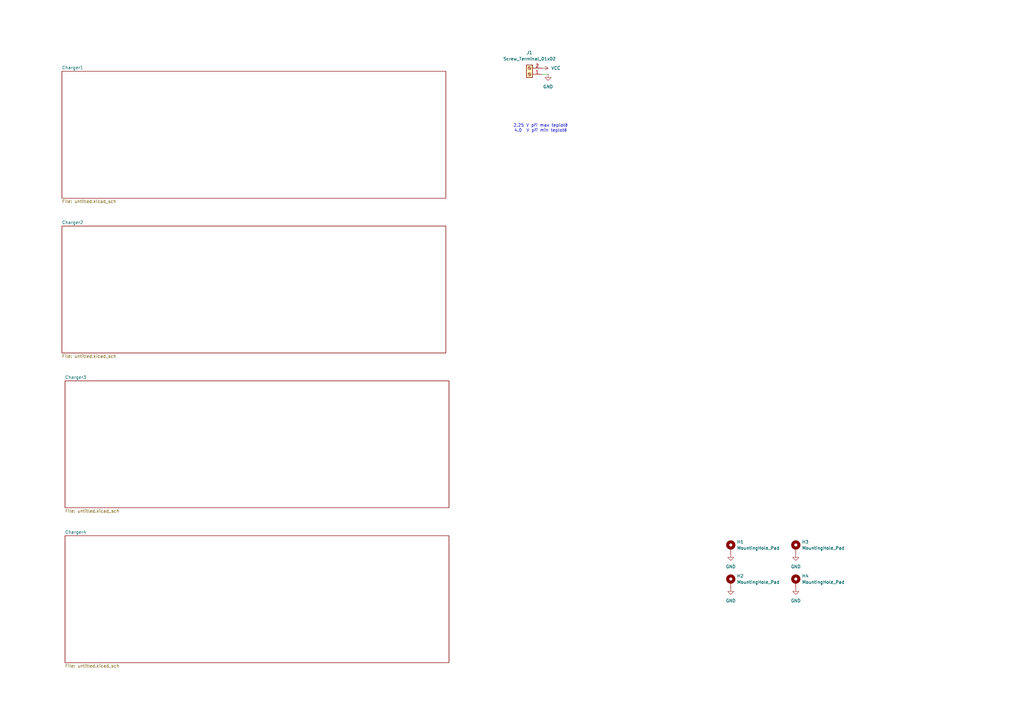
<source format=kicad_sch>
(kicad_sch (version 20250114) (generator "eeschema") (generator_version "9.0")
  (paper "A3")
  (lib_symbols
    (symbol "Connector:Screw_Terminal_01x02" (pin_names (offset 1.016) (hide yes))
      (property "Reference" "J" (at 0 2.54 0))
      (property "Value" "Screw_Terminal_01x02" (at 0 -5.08 0))
      (symbol "Screw_Terminal_01x02_1_1"
        (rectangle (start -1.27 1.27) (end 1.27 -3.81) (stroke (width 0.254)) (fill (type background)))
        (polyline (pts (xy -0.5334 0.3302) (xy 0.3302 -0.508)) (stroke (width 0.1524)))
        (polyline (pts (xy -0.5334 -2.2098) (xy 0.3302 -3.048)) (stroke (width 0.1524)))
        (polyline (pts (xy -0.3556 0.508) (xy 0.508 -0.3302)) (stroke (width 0.1524)))
        (polyline (pts (xy -0.3556 -2.032) (xy 0.508 -2.8702)) (stroke (width 0.1524)))
        (circle (center 0 0) (radius 0.635) (stroke (width 0.1524)))
        (circle (center 0 -2.54) (radius 0.635) (stroke (width 0.1524)))
        (pin passive line (at -5.08 0 0) (length 3.81) (name "Pin_1") (number "1"))
        (pin passive line (at -5.08 -2.54 0) (length 3.81) (name "Pin_2") (number "2"))
      )
    )
    (symbol "Mechanical:MountingHole_Pad" (pin_numbers (hide yes)) (pin_names (offset 1.016) (hide yes)) (in_bom no)
      (property "Reference" "H" (at 0 6.35 0))
      (property "Value" "MountingHole_Pad" (at 0 4.445 0))
      (symbol "MountingHole_Pad_0_1"
        (circle (center 0 1.27) (radius 1.27) (stroke (width 1.27)))
      )
      (symbol "MountingHole_Pad_1_1"
        (pin input line (at 0 -2.54 90) (length 2.54) (name "1") (number "1"))
      )
    )
    (symbol "power:GND" (power) (pin_numbers (hide yes)) (pin_names (offset 0) (hide yes))
      (property "Value" "GND" (at 0 -3.81 0))
      (symbol "GND_0_1"
        (polyline (pts (xy 0 0) (xy 0 -1.27) (xy 1.27 -1.27) (xy 0 -2.54) (xy -1.27 -1.27) (xy 0 -1.27)))
      )
      (symbol "GND_1_1"
        (pin power_in line (at 0 0 270) (length 0) (name "~") (number "1"))
      )
    )
    (symbol "power:VCC" (power) (pin_numbers (hide yes)) (pin_names (offset 0) (hide yes))
      (property "Value" "VCC" (at 0 3.556 0))
      (symbol "VCC_0_1"
        (polyline (pts (xy -0.762 1.27) (xy 0 2.54)))
        (polyline (pts (xy 0 2.54) (xy 0.762 1.27)))
        (polyline (pts (xy 0 0) (xy 0 2.54)))
      )
      (symbol "VCC_1_1"
        (pin power_in line (at 0 0 90) (length 0) (name "~") (number "1"))
      )
    )
  )
  (text "2.25 V při max teplotě\n4.0  V při min teplotě" (at 221.742 52.578 0) (effects (font (size 1.27 1.27))))
  (wire (pts (xy 224.79 30.48) (xy 222.25 30.48)))
  (symbol (lib_id "power:GND") (at 299.72 227.33 0) (unit 1)
    (property "Reference" "#PWR011" (effects (hide yes)))
    (property "Value" "GND" (at 299.72 232.41 0))
    (property "Description" "Power symbol creates a global label with name \"GND\" , ground" (effects (hide yes)))
  )
  (symbol (lib_id "Mechanical:MountingHole_Pad") (at 326.39 238.76 0) (unit 1) (in_bom no)
    (property "Reference" "H4" (at 328.93 236.2199 0) (effects (justify left)))
    (property "Value" "MountingHole_Pad" (at 328.93 238.7599 0) (effects (justify left)))
    (property "Footprint" "MountingHole:MountingHole_3.2mm_M3_Pad_Via" (effects (hide yes)))
    (property "Description" "Mounting Hole with connection" (effects (hide yes)))
  )
  (symbol (lib_id "power:GND") (at 326.39 241.3 0) (unit 1)
    (property "Reference" "#PWR014" (effects (hide yes)))
    (property "Value" "GND" (at 326.39 246.38 0))
    (property "Description" "Power symbol creates a global label with name \"GND\" , ground" (effects (hide yes)))
  )
  (symbol (lib_id "Connector:Screw_Terminal_01x02") (at 217.17 30.48 180) (unit 1)
    (property "Reference" "J1" (at 217.17 21.59 0))
    (property "Value" "Screw_Terminal_01x02" (at 217.17 24.13 0))
    (property "Footprint" "TerminalBlock_Phoenix:TerminalBlock_Phoenix_MKDS-1,5-2-5.08_1x02_P5.08mm_Horizontal" (effects (hide yes)))
    (property "Description" "Generic screw terminal, single row, 01x02, script generated (kicad-library-utils/schlib/autogen/connector/)" (effects (hide yes)))
    (property "LCSC" "C8465" (effects (hide yes)))
  )
  (symbol (lib_id "power:VCC") (at 222.25 27.94 270) (unit 1)
    (property "Reference" "#PWR010" (effects (hide yes)))
    (property "Value" "VCC" (at 226.06 27.9399 90) (effects (justify left)))
    (property "Description" "Power symbol creates a global label with name \"VCC\"" (effects (hide yes)))
  )
  (symbol (lib_id "Mechanical:MountingHole_Pad") (at 326.39 224.79 0) (unit 1) (in_bom no)
    (property "Reference" "H3" (at 328.93 222.2499 0) (effects (justify left)))
    (property "Value" "MountingHole_Pad" (at 328.93 224.7899 0) (effects (justify left)))
    (property "Footprint" "MountingHole:MountingHole_3.2mm_M3_Pad_Via" (effects (hide yes)))
    (property "Description" "Mounting Hole with connection" (effects (hide yes)))
  )
  (symbol (lib_id "Mechanical:MountingHole_Pad") (at 299.72 238.76 0) (unit 1) (in_bom no)
    (property "Reference" "H2" (at 302.26 236.2199 0) (effects (justify left)))
    (property "Value" "MountingHole_Pad" (at 302.26 238.7599 0) (effects (justify left)))
    (property "Footprint" "MountingHole:MountingHole_3.2mm_M3_Pad_Via" (effects (hide yes)))
    (property "Description" "Mounting Hole with connection" (effects (hide yes)))
  )
  (symbol (lib_id "Mechanical:MountingHole_Pad") (at 299.72 224.79 0) (unit 1) (in_bom no)
    (property "Reference" "H1" (at 302.26 222.2499 0) (effects (justify left)))
    (property "Value" "MountingHole_Pad" (at 302.26 224.7899 0) (effects (justify left)))
    (property "Footprint" "MountingHole:MountingHole_3.2mm_M3_Pad_Via" (effects (hide yes)))
    (property "Description" "Mounting Hole with connection" (effects (hide yes)))
  )
  (symbol (lib_id "power:GND") (at 299.72 241.3 0) (unit 1)
    (property "Reference" "#PWR012" (effects (hide yes)))
    (property "Value" "GND" (at 299.72 246.38 0))
    (property "Description" "Power symbol creates a global label with name \"GND\" , ground" (effects (hide yes)))
  )
  (symbol (lib_id "power:GND") (at 326.39 227.33 0) (unit 1)
    (property "Reference" "#PWR013" (effects (hide yes)))
    (property "Value" "GND" (at 326.39 232.41 0))
    (property "Description" "Power symbol creates a global label with name \"GND\" , ground" (effects (hide yes)))
  )
  (symbol (lib_id "power:GND") (at 224.79 30.48 0) (unit 1)
    (property "Reference" "#PWR09" (effects (hide yes)))
    (property "Value" "GND" (at 224.79 35.56 0))
    (property "Description" "Power symbol creates a global label with name \"GND\" , ground" (effects (hide yes)))
  )
  (sheet (at 25.4 92.71) (size 157.48 52.07) (stroke (width 0.1524))
    (property "Sheetname" "Charger2" (at 25.4 91.9984 0) (effects (justify left bottom)))
    (property "Sheetfile" "untitled.kicad_sch" (at 25.4 145.3646 0) (effects (justify left top)))
  )
  (sheet (at 26.67 156.21) (size 157.48 52.07) (stroke (width 0.1524))
    (property "Sheetname" "Charger3" (at 26.67 155.4984 0) (effects (justify left bottom)))
    (property "Sheetfile" "untitled.kicad_sch" (at 26.67 208.8646 0) (effects (justify left top)))
  )
  (sheet (at 26.67 219.71) (size 157.48 52.07) (stroke (width 0.1524))
    (property "Sheetname" "Charger4" (at 26.67 218.9984 0) (effects (justify left bottom)))
    (property "Sheetfile" "untitled.kicad_sch" (at 26.67 272.3646 0) (effects (justify left top)))
  )
  (sheet (at 25.4 29.21) (size 157.48 52.07) (stroke (width 0.1524))
    (property "Sheetname" "Charger1" (at 25.4 28.4984 0) (effects (justify left bottom)))
    (property "Sheetfile" "untitled.kicad_sch" (at 25.4 81.8646 0) (effects (justify left top)))
  )
)
</source>
